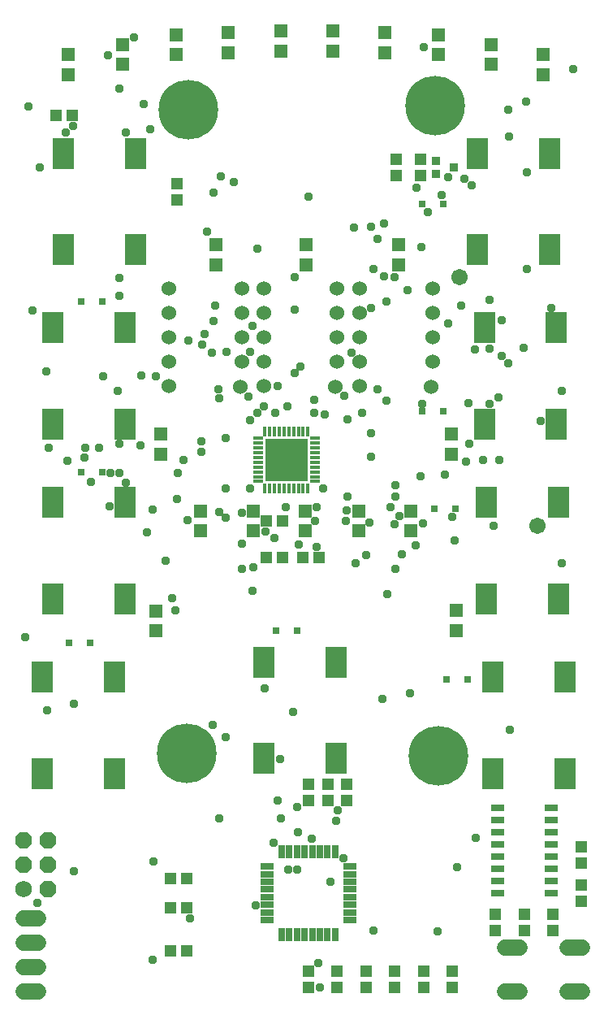
<source format=gts>
G04 EAGLE Gerber RS-274X export*
G75*
%MOMM*%
%FSLAX34Y34*%
%LPD*%
%INTop Soldermask*%
%IPPOS*%
%AMOC8*
5,1,8,0,0,1.08239X$1,22.5*%
G01*
%ADD10R,1.403200X1.403200*%
%ADD11R,2.203200X3.203200*%
%ADD12C,1.524000*%
%ADD13R,1.303200X1.203200*%
%ADD14R,1.473200X0.762000*%
%ADD15R,0.762000X1.473200*%
%ADD16C,1.727200*%
%ADD17P,1.869504X8X112.500000*%
%ADD18C,1.727200*%
%ADD19R,1.203200X1.303200*%
%ADD20R,1.403200X0.803200*%
%ADD21R,0.903200X0.903200*%
%ADD22R,1.016000X0.457200*%
%ADD23R,0.457200X1.016000*%
%ADD24R,4.394200X4.394200*%
%ADD25C,1.711200*%
%ADD26R,0.803200X0.803200*%
%ADD27C,0.959600*%
%ADD28C,6.219200*%
%ADD29C,1.703200*%


D10*
X64400Y993650D03*
X64400Y972650D03*
D11*
X134500Y791000D03*
X134500Y891000D03*
X59500Y891000D03*
X59500Y791000D03*
D12*
X269001Y750299D03*
X269001Y724899D03*
X269001Y699499D03*
X269001Y674099D03*
X269001Y648699D03*
X343320Y647303D03*
X345201Y674099D03*
X345201Y699499D03*
X345201Y724899D03*
X345201Y750299D03*
X368501Y750299D03*
X368501Y724899D03*
X368501Y699499D03*
X368501Y674099D03*
X368501Y648699D03*
X442820Y647303D03*
X444701Y674099D03*
X444701Y699499D03*
X444701Y724899D03*
X444701Y750299D03*
D10*
X121030Y1004330D03*
X121030Y983330D03*
X176750Y1014500D03*
X176750Y993500D03*
X230980Y1016740D03*
X230980Y995740D03*
X285950Y1018300D03*
X285950Y997300D03*
X340920Y1018300D03*
X340920Y997300D03*
X395150Y1016740D03*
X395150Y995740D03*
X450870Y1014500D03*
X450870Y993500D03*
X505450Y1004330D03*
X505450Y983330D03*
X559700Y993650D03*
X559700Y972650D03*
D11*
X566500Y791000D03*
X566500Y891000D03*
X491500Y891000D03*
X491500Y791000D03*
X123500Y609000D03*
X123500Y709000D03*
X48500Y709000D03*
X48500Y609000D03*
X573500Y609000D03*
X573500Y709000D03*
X498500Y709000D03*
X498500Y609000D03*
X123500Y427000D03*
X123500Y527000D03*
X48500Y527000D03*
X48500Y427000D03*
X575500Y427000D03*
X575500Y527000D03*
X500500Y527000D03*
X500500Y427000D03*
X112500Y245000D03*
X112500Y345000D03*
X37500Y345000D03*
X37500Y245000D03*
X343750Y261000D03*
X343750Y361000D03*
X268750Y361000D03*
X268750Y261000D03*
X582500Y245000D03*
X582500Y345000D03*
X507500Y345000D03*
X507500Y245000D03*
D10*
X218720Y795480D03*
X218720Y774480D03*
X312560Y795480D03*
X312560Y774480D03*
X409510Y795480D03*
X409510Y774480D03*
X160930Y598620D03*
X160930Y577620D03*
X464070Y598620D03*
X464070Y577620D03*
X469130Y414350D03*
X469130Y393350D03*
X155900Y414340D03*
X155900Y393340D03*
X202300Y518400D03*
X202300Y497400D03*
X257450Y518400D03*
X257450Y497400D03*
X311700Y518400D03*
X311700Y497400D03*
X367290Y518400D03*
X367290Y497400D03*
X421990Y518400D03*
X421990Y497400D03*
D13*
X335080Y233500D03*
X335080Y216500D03*
X355160Y233500D03*
X355160Y216500D03*
X435000Y38500D03*
X435000Y21500D03*
X405000Y38500D03*
X405000Y21500D03*
D14*
X272074Y148000D03*
X272074Y140000D03*
X272074Y132000D03*
X272074Y124000D03*
X272074Y116000D03*
X272074Y108000D03*
X272074Y100000D03*
X272074Y92000D03*
D15*
X287000Y77074D03*
X295000Y77074D03*
X303000Y77074D03*
X311000Y77074D03*
X319000Y77074D03*
X327000Y77074D03*
X335000Y77074D03*
X343000Y77074D03*
D14*
X357926Y92000D03*
X357926Y100000D03*
X357926Y108000D03*
X357926Y116000D03*
X357926Y124000D03*
X357926Y132000D03*
X357926Y140000D03*
X357926Y148000D03*
D15*
X343000Y162926D03*
X335000Y162926D03*
X327000Y162926D03*
X319000Y162926D03*
X311000Y162926D03*
X303000Y162926D03*
X295000Y162926D03*
X287000Y162926D03*
D13*
X171500Y135000D03*
X188500Y135000D03*
X171500Y60000D03*
X188500Y60000D03*
X315000Y233500D03*
X315000Y216500D03*
D16*
X17780Y124460D03*
D17*
X17780Y149860D03*
X17780Y175260D03*
X43180Y124460D03*
X43180Y149860D03*
X43180Y175260D03*
D13*
X375000Y21500D03*
X375000Y38500D03*
X345000Y21500D03*
X345000Y38500D03*
X315000Y21500D03*
X315000Y38500D03*
D18*
X584962Y63246D02*
X600202Y63246D01*
X600202Y18034D02*
X584962Y18034D01*
X535178Y63246D02*
X519938Y63246D01*
X519938Y18034D02*
X535178Y18034D01*
D13*
X171500Y105000D03*
X188500Y105000D03*
D19*
X600000Y111500D03*
X600000Y128500D03*
X600000Y151660D03*
X600000Y168660D03*
X570000Y98500D03*
X570000Y81500D03*
X540000Y98500D03*
X540000Y81500D03*
X510000Y98500D03*
X510000Y81500D03*
D20*
X568000Y120550D03*
X568000Y133250D03*
X568000Y145950D03*
X568000Y158650D03*
X568000Y171350D03*
X568000Y184050D03*
X568000Y196750D03*
X568000Y209450D03*
X512000Y209450D03*
X512000Y196750D03*
X512000Y184050D03*
X512000Y171350D03*
X512000Y158650D03*
X512000Y145950D03*
X512000Y133250D03*
X512000Y120550D03*
D13*
X177800Y859400D03*
X177800Y842400D03*
X51500Y930000D03*
X68500Y930000D03*
D12*
X169501Y750299D03*
X169501Y724899D03*
X169501Y699499D03*
X169501Y674099D03*
X169501Y648699D03*
X243820Y647303D03*
X245701Y674099D03*
X245701Y699499D03*
X245701Y724899D03*
X245701Y750299D03*
D21*
X447950Y882800D03*
X447950Y869800D03*
X466450Y876300D03*
D13*
X431800Y867800D03*
X431800Y884800D03*
X406400Y867800D03*
X406400Y884800D03*
D22*
X262636Y594000D03*
X262636Y589000D03*
X262636Y584000D03*
X262636Y579000D03*
X262636Y574000D03*
X262636Y569000D03*
X262636Y564000D03*
X262636Y559000D03*
X262636Y554000D03*
X262636Y549000D03*
D23*
X269600Y542036D03*
X274600Y542036D03*
X279600Y542036D03*
X284600Y542036D03*
X289600Y542036D03*
X294600Y542036D03*
X299600Y542036D03*
X304600Y542036D03*
X309600Y542036D03*
X314600Y542036D03*
D22*
X321564Y549000D03*
X321564Y554000D03*
X321564Y559000D03*
X321564Y564000D03*
X321564Y569000D03*
X321564Y574000D03*
X321564Y579000D03*
X321564Y584000D03*
X321564Y589000D03*
X321564Y594000D03*
D23*
X314600Y600964D03*
X309600Y600964D03*
X304600Y600964D03*
X299600Y600964D03*
X294600Y600964D03*
X289600Y600964D03*
X284600Y600964D03*
X279600Y600964D03*
X274600Y600964D03*
X269600Y600964D03*
D24*
X292100Y571500D03*
D25*
X32940Y17780D02*
X17860Y17780D01*
X17860Y43180D02*
X32940Y43180D01*
X32940Y68580D02*
X17860Y68580D01*
X17860Y93980D02*
X32940Y93980D01*
D26*
X455500Y838200D03*
X433500Y838200D03*
X77900Y736600D03*
X99900Y736600D03*
X455500Y622300D03*
X433500Y622300D03*
X77900Y558800D03*
X99900Y558800D03*
X468200Y520700D03*
X446200Y520700D03*
X65200Y381000D03*
X87200Y381000D03*
X281100Y393700D03*
X303100Y393700D03*
X480900Y342900D03*
X458900Y342900D03*
D13*
X270900Y508000D03*
X287900Y508000D03*
D19*
X270900Y469900D03*
X287900Y469900D03*
D13*
X309000Y469900D03*
X326000Y469900D03*
D19*
X465000Y21500D03*
X465000Y38500D03*
D27*
X412246Y473473D03*
X279572Y490196D03*
X323964Y480751D03*
X69893Y918999D03*
X63282Y570478D03*
X41558Y663984D03*
X362688Y813215D03*
X516642Y680040D03*
X516642Y716876D03*
X427859Y854773D03*
X42503Y310741D03*
X191734Y93506D03*
X259738Y107673D03*
X449582Y80283D03*
X278628Y172844D03*
X382523Y81227D03*
X323964Y522309D03*
X291851Y522309D03*
X188900Y509086D03*
X62337Y912387D03*
X27391Y727265D03*
X116174Y643205D03*
X101062Y658317D03*
X285239Y259738D03*
X257849Y459972D03*
X387245Y645094D03*
X396690Y632815D03*
X421247Y328686D03*
X345687Y206846D03*
X261627Y620537D03*
X221958Y635649D03*
X140731Y659261D03*
X318297Y176622D03*
X324908Y47225D03*
X32113Y109562D03*
X153240Y153260D03*
X152400Y50800D03*
X283350Y216291D03*
X303185Y209679D03*
X525142Y289962D03*
X489251Y177566D03*
X391968Y322075D03*
X139786Y586535D03*
X155843Y658317D03*
X221013Y645094D03*
X351354Y156787D03*
X304129Y183233D03*
D28*
X190137Y936686D03*
X447555Y940392D03*
X188452Y265936D03*
X450441Y263457D03*
D27*
X70838Y142620D03*
X70838Y317352D03*
X477917Y864218D03*
X315463Y845328D03*
X261627Y791491D03*
X326797Y21724D03*
X245570Y484529D03*
X245570Y458083D03*
X568589Y730099D03*
X557255Y612036D03*
X254071Y612981D03*
X256904Y711209D03*
X118063Y558200D03*
X118063Y588424D03*
X229514Y683818D03*
X204012Y691374D03*
X352299Y638482D03*
X283350Y648872D03*
X380634Y730099D03*
X237070Y861384D03*
X542143Y944500D03*
X435415Y1001170D03*
X221958Y517586D03*
X245570Y516642D03*
X177566Y530809D03*
X322075Y508141D03*
X354188Y508141D03*
X409913Y512864D03*
X406135Y533643D03*
X482640Y588424D03*
X479806Y569534D03*
X203068Y579923D03*
X176622Y414636D03*
X488307Y686652D03*
X460916Y714042D03*
X203068Y591257D03*
X300351Y762212D03*
X252182Y637538D03*
X218180Y731988D03*
X359855Y682874D03*
X216291Y715931D03*
X185122Y571423D03*
X178511Y558200D03*
X189845Y696097D03*
X87839Y548755D03*
X82172Y583701D03*
X280517Y620537D03*
X268238Y627148D03*
X228569Y594091D03*
X228569Y542143D03*
X153009Y519475D03*
X124674Y547810D03*
X107673Y523253D03*
X432581Y793380D03*
X405191Y762212D03*
X300351Y728210D03*
X300351Y662095D03*
X496807Y571423D03*
X504363Y629982D03*
X504363Y687596D03*
X286184Y198345D03*
X228569Y510975D03*
X254071Y542143D03*
X292795Y627148D03*
X108618Y558200D03*
X166232Y466583D03*
X356077Y613925D03*
X397048Y431738D03*
X578979Y463750D03*
X578979Y643205D03*
X332464Y618648D03*
X356077Y533643D03*
X406135Y544977D03*
X433474Y629920D03*
X321130Y620537D03*
X481695Y630926D03*
X512864Y636593D03*
X330575Y542143D03*
X321130Y633760D03*
X124674Y912387D03*
X209679Y809437D03*
X146398Y495863D03*
X96339Y583701D03*
X270127Y496807D03*
X364577Y463750D03*
X405548Y458312D03*
X431637Y554422D03*
X143564Y942611D03*
X306963Y668706D03*
X150176Y916165D03*
X214402Y682874D03*
X305074Y483584D03*
X256904Y435415D03*
X380634Y599758D03*
X216291Y850050D03*
X206846Y702708D03*
X254071Y683818D03*
X378745Y506252D03*
X299407Y308852D03*
X485473Y857606D03*
X434470Y505308D03*
X400468Y522309D03*
X405191Y504363D03*
X371189Y620537D03*
X457138Y556311D03*
X223847Y867051D03*
X380634Y575201D03*
X374967Y472250D03*
X355132Y518531D03*
X393857Y817937D03*
X393857Y763156D03*
X464694Y511919D03*
X523253Y672484D03*
X504363Y738599D03*
X523253Y936000D03*
X454305Y847217D03*
X439193Y829271D03*
X380634Y814159D03*
X396240Y736600D03*
X426720Y482778D03*
X467360Y487680D03*
X508000Y502920D03*
X418517Y748717D03*
D29*
X472440Y762000D03*
X553720Y502920D03*
D27*
X524198Y908609D03*
X460916Y866107D03*
X387245Y801881D03*
X382523Y770712D03*
X513808Y571423D03*
X539310Y688541D03*
X543088Y770712D03*
X338131Y132230D03*
X343798Y195512D03*
X269183Y333409D03*
X172844Y427859D03*
X118063Y742377D03*
X118063Y761267D03*
X118063Y958668D03*
X105784Y992670D03*
X303185Y144509D03*
X19835Y387245D03*
X22668Y939778D03*
X470361Y147342D03*
X591257Y978502D03*
X133175Y1011560D03*
X293740Y144509D03*
X228569Y282406D03*
X215346Y295629D03*
X44392Y583701D03*
X34947Y876496D03*
X543088Y870829D03*
X474139Y731988D03*
X221958Y198345D03*
X81227Y574256D03*
M02*

</source>
